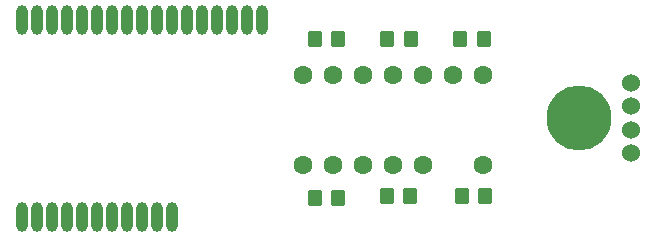
<source format=gbr>
%TF.GenerationSoftware,KiCad,Pcbnew,8.0.3*%
%TF.CreationDate,2024-07-01T08:39:21+09:00*%
%TF.ProjectId,Unit_LTP305G,556e6974-5f4c-4545-9033-3035472e6b69,rev?*%
%TF.SameCoordinates,Original*%
%TF.FileFunction,Soldermask,Top*%
%TF.FilePolarity,Negative*%
%FSLAX46Y46*%
G04 Gerber Fmt 4.6, Leading zero omitted, Abs format (unit mm)*
G04 Created by KiCad (PCBNEW 8.0.3) date 2024-07-01 08:39:21*
%MOMM*%
%LPD*%
G01*
G04 APERTURE LIST*
G04 Aperture macros list*
%AMRoundRect*
0 Rectangle with rounded corners*
0 $1 Rounding radius*
0 $2 $3 $4 $5 $6 $7 $8 $9 X,Y pos of 4 corners*
0 Add a 4 corners polygon primitive as box body*
4,1,4,$2,$3,$4,$5,$6,$7,$8,$9,$2,$3,0*
0 Add four circle primitives for the rounded corners*
1,1,$1+$1,$2,$3*
1,1,$1+$1,$4,$5*
1,1,$1+$1,$6,$7*
1,1,$1+$1,$8,$9*
0 Add four rect primitives between the rounded corners*
20,1,$1+$1,$2,$3,$4,$5,0*
20,1,$1+$1,$4,$5,$6,$7,0*
20,1,$1+$1,$6,$7,$8,$9,0*
20,1,$1+$1,$8,$9,$2,$3,0*%
G04 Aperture macros list end*
%ADD10RoundRect,0.250000X-0.350000X-0.450000X0.350000X-0.450000X0.350000X0.450000X-0.350000X0.450000X0*%
%ADD11C,1.600000*%
%ADD12RoundRect,0.250000X0.350000X0.450000X-0.350000X0.450000X-0.350000X-0.450000X0.350000X-0.450000X0*%
%ADD13C,5.500000*%
%ADD14C,1.524000*%
%ADD15RoundRect,0.500000X-0.008000X0.750000X-0.008000X-0.750000X0.008000X-0.750000X0.008000X0.750000X0*%
%ADD16RoundRect,0.500000X0.008000X-0.750000X0.008000X0.750000X-0.008000X0.750000X-0.008000X-0.750000X0*%
G04 APERTURE END LIST*
D10*
%TO.C,R1*%
X139954000Y-74500000D03*
X141954000Y-74500000D03*
%TD*%
D11*
%TO.C,U2*%
X132842000Y-71882000D03*
X135382000Y-71882000D03*
X137922000Y-71882000D03*
X140462000Y-71882000D03*
X143002000Y-71882000D03*
X148082000Y-71882000D03*
X148082000Y-64262000D03*
X145542000Y-64262000D03*
X143002000Y-64262000D03*
X140462000Y-64262000D03*
X137922000Y-64262000D03*
X135382000Y-64262000D03*
X132842000Y-64262000D03*
%TD*%
D12*
%TO.C,R4*%
X135858000Y-61214000D03*
X133858000Y-61214000D03*
%TD*%
D10*
%TO.C,R2*%
X133858000Y-74676000D03*
X135858000Y-74676000D03*
%TD*%
D13*
%TO.C,H1*%
X156210000Y-67900000D03*
%TD*%
D14*
%TO.C,J1*%
X160655000Y-70897000D03*
X160655000Y-68897000D03*
X160655000Y-66897000D03*
X160655000Y-64897000D03*
%TD*%
D10*
%TO.C,R3*%
X146200000Y-61200000D03*
X148200000Y-61200000D03*
%TD*%
D12*
%TO.C,R5*%
X141986000Y-61214000D03*
X139986000Y-61214000D03*
%TD*%
D15*
%TO.C,U1*%
X129362200Y-59599600D03*
X128092200Y-59599600D03*
X126822200Y-59599600D03*
X125552200Y-59599600D03*
X124282200Y-59599600D03*
X123012200Y-59599600D03*
X121742200Y-59599600D03*
X120472200Y-59599600D03*
X119202200Y-59599600D03*
X117932200Y-59599600D03*
X116662200Y-59599600D03*
X115392200Y-59599600D03*
X114122200Y-59599600D03*
X112852200Y-59599600D03*
X111582200Y-59599600D03*
X110312200Y-59599600D03*
X109042200Y-59599600D03*
D16*
X109042200Y-76239600D03*
X110312200Y-76239600D03*
X111582200Y-76239600D03*
X112852200Y-76239600D03*
X114122200Y-76239600D03*
X115392200Y-76239600D03*
X116662200Y-76239600D03*
X117932200Y-76239600D03*
X119202200Y-76239600D03*
X120472200Y-76239600D03*
X121742200Y-76239600D03*
%TD*%
D10*
%TO.C,R6*%
X146304000Y-74500000D03*
X148304000Y-74500000D03*
%TD*%
M02*

</source>
